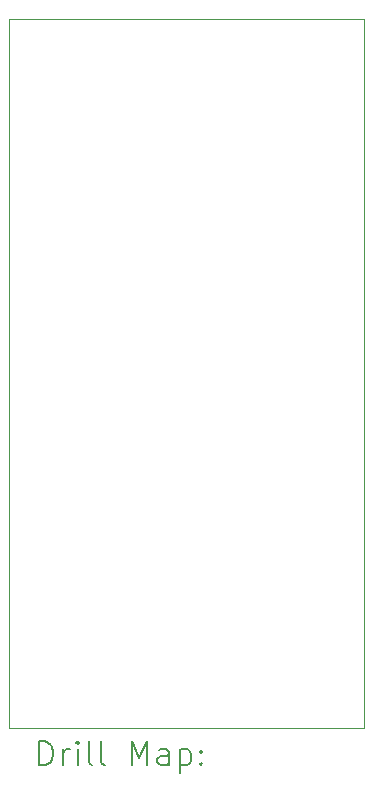
<source format=gbr>
%TF.GenerationSoftware,KiCad,Pcbnew,(6.0.9)*%
%TF.CreationDate,2023-04-16T11:33:18+02:00*%
%TF.ProjectId,PCB_zavrsni,5043425f-7a61-4767-9273-6e692e6b6963,rev?*%
%TF.SameCoordinates,Original*%
%TF.FileFunction,Drillmap*%
%TF.FilePolarity,Positive*%
%FSLAX45Y45*%
G04 Gerber Fmt 4.5, Leading zero omitted, Abs format (unit mm)*
G04 Created by KiCad (PCBNEW (6.0.9)) date 2023-04-16 11:33:18*
%MOMM*%
%LPD*%
G01*
G04 APERTURE LIST*
%ADD10C,0.100000*%
%ADD11C,0.200000*%
G04 APERTURE END LIST*
D10*
X19200000Y-4250000D02*
X22200000Y-4250000D01*
X22200000Y-4250000D02*
X22200000Y-10250000D01*
X22200000Y-10250000D02*
X19200000Y-10250000D01*
X19200000Y-10250000D02*
X19200000Y-4250000D01*
D11*
X19452619Y-10565476D02*
X19452619Y-10365476D01*
X19500238Y-10365476D01*
X19528810Y-10375000D01*
X19547857Y-10394048D01*
X19557381Y-10413095D01*
X19566905Y-10451190D01*
X19566905Y-10479762D01*
X19557381Y-10517857D01*
X19547857Y-10536905D01*
X19528810Y-10555952D01*
X19500238Y-10565476D01*
X19452619Y-10565476D01*
X19652619Y-10565476D02*
X19652619Y-10432143D01*
X19652619Y-10470238D02*
X19662143Y-10451190D01*
X19671667Y-10441667D01*
X19690714Y-10432143D01*
X19709762Y-10432143D01*
X19776429Y-10565476D02*
X19776429Y-10432143D01*
X19776429Y-10365476D02*
X19766905Y-10375000D01*
X19776429Y-10384524D01*
X19785952Y-10375000D01*
X19776429Y-10365476D01*
X19776429Y-10384524D01*
X19900238Y-10565476D02*
X19881190Y-10555952D01*
X19871667Y-10536905D01*
X19871667Y-10365476D01*
X20005000Y-10565476D02*
X19985952Y-10555952D01*
X19976429Y-10536905D01*
X19976429Y-10365476D01*
X20233571Y-10565476D02*
X20233571Y-10365476D01*
X20300238Y-10508333D01*
X20366905Y-10365476D01*
X20366905Y-10565476D01*
X20547857Y-10565476D02*
X20547857Y-10460714D01*
X20538333Y-10441667D01*
X20519286Y-10432143D01*
X20481190Y-10432143D01*
X20462143Y-10441667D01*
X20547857Y-10555952D02*
X20528810Y-10565476D01*
X20481190Y-10565476D01*
X20462143Y-10555952D01*
X20452619Y-10536905D01*
X20452619Y-10517857D01*
X20462143Y-10498810D01*
X20481190Y-10489286D01*
X20528810Y-10489286D01*
X20547857Y-10479762D01*
X20643095Y-10432143D02*
X20643095Y-10632143D01*
X20643095Y-10441667D02*
X20662143Y-10432143D01*
X20700238Y-10432143D01*
X20719286Y-10441667D01*
X20728810Y-10451190D01*
X20738333Y-10470238D01*
X20738333Y-10527381D01*
X20728810Y-10546429D01*
X20719286Y-10555952D01*
X20700238Y-10565476D01*
X20662143Y-10565476D01*
X20643095Y-10555952D01*
X20824048Y-10546429D02*
X20833571Y-10555952D01*
X20824048Y-10565476D01*
X20814524Y-10555952D01*
X20824048Y-10546429D01*
X20824048Y-10565476D01*
X20824048Y-10441667D02*
X20833571Y-10451190D01*
X20824048Y-10460714D01*
X20814524Y-10451190D01*
X20824048Y-10441667D01*
X20824048Y-10460714D01*
M02*

</source>
